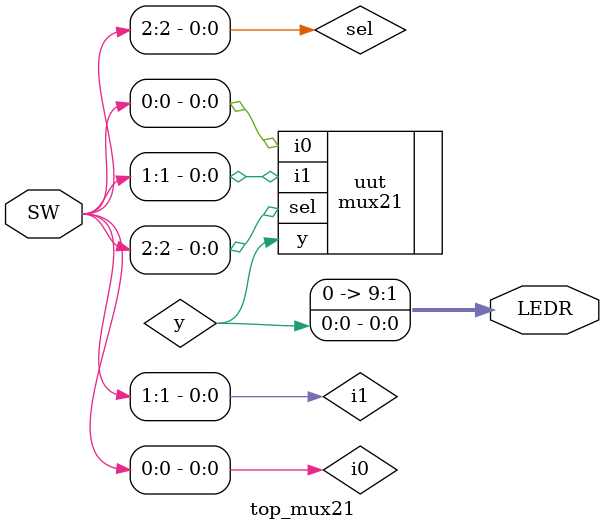
<source format=v>
module top_mux21 (
    input  [9:0] SW,     // Switches on DE10-Lite
    output [9:0] LEDR    // LEDs on DE10-Lite
);

wire sel, i0, i1, y;

// Assign inputs from switches
assign i0 = SW[0];       // Input 0 from SW[0]
assign i1 = SW[1];       // Input 1 from SW[1]
assign sel = SW[2];      // Select line from SW[2]

// Instantiate the 2:1 MUX
mux21 uut (
    .sel(sel),
    .i0(i0),
    .i1(i1),
    .y(y)
);

// Display output on LEDR[0]
assign LEDR[0] = y;       // Output y on LEDR[0]
assign LEDR[9:1] = 9'b0;  // Turn off remaining LEDs

endmodule
</source>
